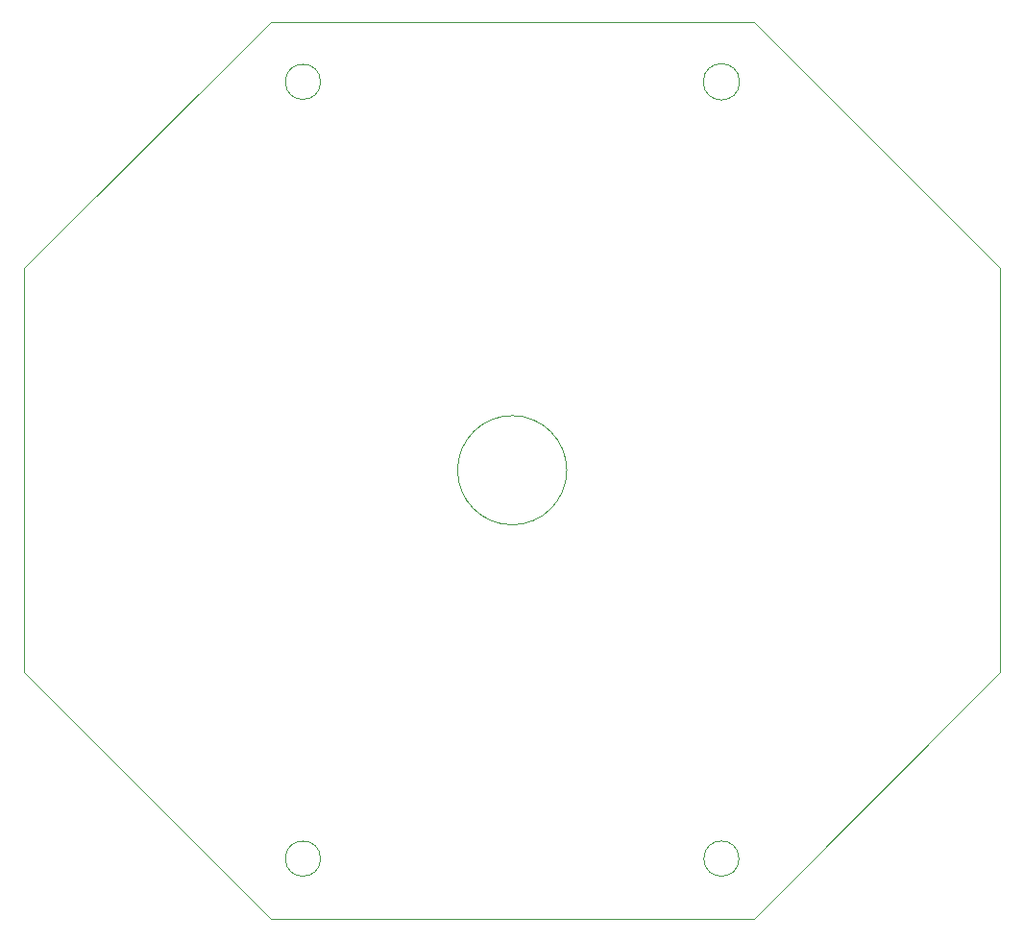
<source format=gbr>
%TF.GenerationSoftware,KiCad,Pcbnew,6.0.1*%
%TF.CreationDate,2022-02-10T21:42:06-06:00*%
%TF.ProjectId,FCB,4643422e-6b69-4636-9164-5f7063625858,rev?*%
%TF.SameCoordinates,Original*%
%TF.FileFunction,Profile,NP*%
%FSLAX46Y46*%
G04 Gerber Fmt 4.6, Leading zero omitted, Abs format (unit mm)*
G04 Created by KiCad (PCBNEW 6.0.1) date 2022-02-10 21:42:06*
%MOMM*%
%LPD*%
G01*
G04 APERTURE LIST*
%TA.AperFunction,Profile*%
%ADD10C,0.010000*%
%TD*%
G04 APERTURE END LIST*
D10*
X-42988115Y-17806260D02*
X-21287337Y-39530000D01*
X42988115Y-17806260D02*
X42988115Y17806260D01*
X-16892536Y34247282D02*
G75*
G03*
X-16892536Y34247282I-1550000J0D01*
G01*
X-21287337Y39530000D02*
X-42988115Y17806260D01*
X4812500Y0D02*
G75*
G03*
X4812500Y0I-4812500J0D01*
G01*
X-16892536Y-34247282D02*
G75*
G03*
X-16892536Y-34247282I-1550000J0D01*
G01*
X21287337Y-39530000D02*
X42988115Y-17806260D01*
X-42988115Y17806260D02*
X-42988115Y-17806260D01*
X21287337Y-39530000D02*
X-21287337Y-39530000D01*
X20042536Y34247282D02*
G75*
G03*
X20042536Y34247282I-1600000J0D01*
G01*
X42988115Y17806260D02*
X21287337Y39530000D01*
X19992536Y-34247282D02*
G75*
G03*
X19992536Y-34247282I-1550000J0D01*
G01*
X21287337Y39530000D02*
X-21287337Y39530000D01*
M02*

</source>
